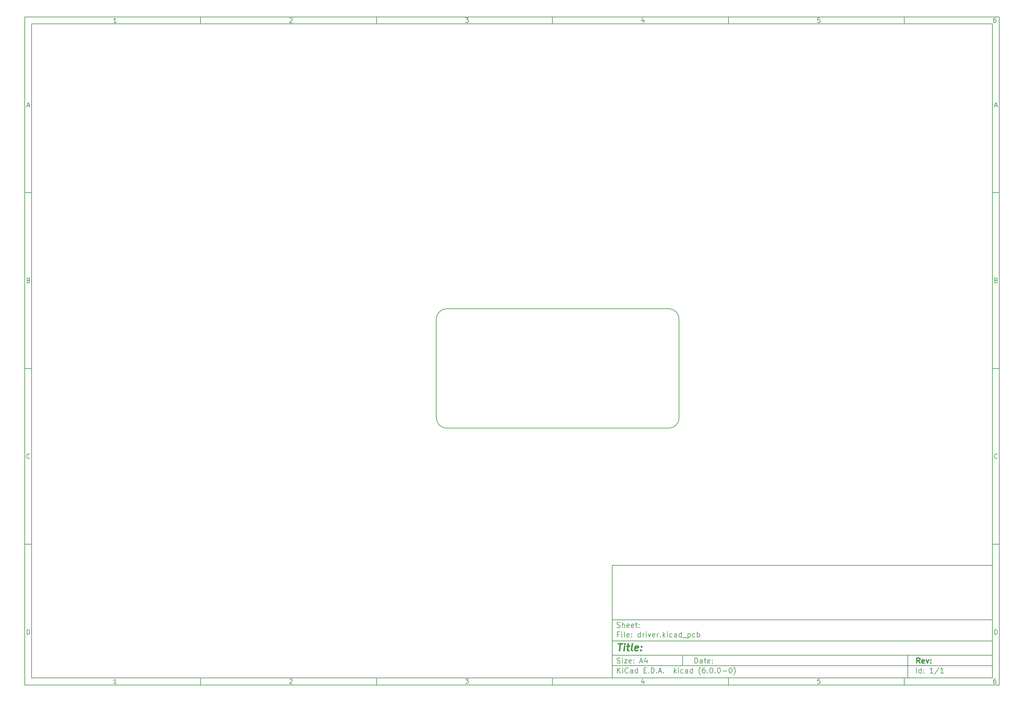
<source format=gm1>
%TF.GenerationSoftware,KiCad,Pcbnew,(6.0.0-0)*%
%TF.CreationDate,2022-05-20T11:28:00+08:00*%
%TF.ProjectId,driver,64726976-6572-42e6-9b69-6361645f7063,rev?*%
%TF.SameCoordinates,Original*%
%TF.FileFunction,Profile,NP*%
%FSLAX46Y46*%
G04 Gerber Fmt 4.6, Leading zero omitted, Abs format (unit mm)*
G04 Created by KiCad (PCBNEW (6.0.0-0)) date 2022-05-20 11:28:00*
%MOMM*%
%LPD*%
G01*
G04 APERTURE LIST*
%ADD10C,0.100000*%
%ADD11C,0.150000*%
%ADD12C,0.300000*%
%ADD13C,0.400000*%
%TA.AperFunction,Profile*%
%ADD14C,0.200000*%
%TD*%
G04 APERTURE END LIST*
D10*
D11*
X177002200Y-166007200D02*
X177002200Y-198007200D01*
X285002200Y-198007200D01*
X285002200Y-166007200D01*
X177002200Y-166007200D01*
D10*
D11*
X10000000Y-10000000D02*
X10000000Y-200007200D01*
X287002200Y-200007200D01*
X287002200Y-10000000D01*
X10000000Y-10000000D01*
D10*
D11*
X12000000Y-12000000D02*
X12000000Y-198007200D01*
X285002200Y-198007200D01*
X285002200Y-12000000D01*
X12000000Y-12000000D01*
D10*
D11*
X60000000Y-12000000D02*
X60000000Y-10000000D01*
D10*
D11*
X110000000Y-12000000D02*
X110000000Y-10000000D01*
D10*
D11*
X160000000Y-12000000D02*
X160000000Y-10000000D01*
D10*
D11*
X210000000Y-12000000D02*
X210000000Y-10000000D01*
D10*
D11*
X260000000Y-12000000D02*
X260000000Y-10000000D01*
D10*
D11*
X36065476Y-11588095D02*
X35322619Y-11588095D01*
X35694047Y-11588095D02*
X35694047Y-10288095D01*
X35570238Y-10473809D01*
X35446428Y-10597619D01*
X35322619Y-10659523D01*
D10*
D11*
X85322619Y-10411904D02*
X85384523Y-10350000D01*
X85508333Y-10288095D01*
X85817857Y-10288095D01*
X85941666Y-10350000D01*
X86003571Y-10411904D01*
X86065476Y-10535714D01*
X86065476Y-10659523D01*
X86003571Y-10845238D01*
X85260714Y-11588095D01*
X86065476Y-11588095D01*
D10*
D11*
X135260714Y-10288095D02*
X136065476Y-10288095D01*
X135632142Y-10783333D01*
X135817857Y-10783333D01*
X135941666Y-10845238D01*
X136003571Y-10907142D01*
X136065476Y-11030952D01*
X136065476Y-11340476D01*
X136003571Y-11464285D01*
X135941666Y-11526190D01*
X135817857Y-11588095D01*
X135446428Y-11588095D01*
X135322619Y-11526190D01*
X135260714Y-11464285D01*
D10*
D11*
X185941666Y-10721428D02*
X185941666Y-11588095D01*
X185632142Y-10226190D02*
X185322619Y-11154761D01*
X186127380Y-11154761D01*
D10*
D11*
X236003571Y-10288095D02*
X235384523Y-10288095D01*
X235322619Y-10907142D01*
X235384523Y-10845238D01*
X235508333Y-10783333D01*
X235817857Y-10783333D01*
X235941666Y-10845238D01*
X236003571Y-10907142D01*
X236065476Y-11030952D01*
X236065476Y-11340476D01*
X236003571Y-11464285D01*
X235941666Y-11526190D01*
X235817857Y-11588095D01*
X235508333Y-11588095D01*
X235384523Y-11526190D01*
X235322619Y-11464285D01*
D10*
D11*
X285941666Y-10288095D02*
X285694047Y-10288095D01*
X285570238Y-10350000D01*
X285508333Y-10411904D01*
X285384523Y-10597619D01*
X285322619Y-10845238D01*
X285322619Y-11340476D01*
X285384523Y-11464285D01*
X285446428Y-11526190D01*
X285570238Y-11588095D01*
X285817857Y-11588095D01*
X285941666Y-11526190D01*
X286003571Y-11464285D01*
X286065476Y-11340476D01*
X286065476Y-11030952D01*
X286003571Y-10907142D01*
X285941666Y-10845238D01*
X285817857Y-10783333D01*
X285570238Y-10783333D01*
X285446428Y-10845238D01*
X285384523Y-10907142D01*
X285322619Y-11030952D01*
D10*
D11*
X60000000Y-198007200D02*
X60000000Y-200007200D01*
D10*
D11*
X110000000Y-198007200D02*
X110000000Y-200007200D01*
D10*
D11*
X160000000Y-198007200D02*
X160000000Y-200007200D01*
D10*
D11*
X210000000Y-198007200D02*
X210000000Y-200007200D01*
D10*
D11*
X260000000Y-198007200D02*
X260000000Y-200007200D01*
D10*
D11*
X36065476Y-199595295D02*
X35322619Y-199595295D01*
X35694047Y-199595295D02*
X35694047Y-198295295D01*
X35570238Y-198481009D01*
X35446428Y-198604819D01*
X35322619Y-198666723D01*
D10*
D11*
X85322619Y-198419104D02*
X85384523Y-198357200D01*
X85508333Y-198295295D01*
X85817857Y-198295295D01*
X85941666Y-198357200D01*
X86003571Y-198419104D01*
X86065476Y-198542914D01*
X86065476Y-198666723D01*
X86003571Y-198852438D01*
X85260714Y-199595295D01*
X86065476Y-199595295D01*
D10*
D11*
X135260714Y-198295295D02*
X136065476Y-198295295D01*
X135632142Y-198790533D01*
X135817857Y-198790533D01*
X135941666Y-198852438D01*
X136003571Y-198914342D01*
X136065476Y-199038152D01*
X136065476Y-199347676D01*
X136003571Y-199471485D01*
X135941666Y-199533390D01*
X135817857Y-199595295D01*
X135446428Y-199595295D01*
X135322619Y-199533390D01*
X135260714Y-199471485D01*
D10*
D11*
X185941666Y-198728628D02*
X185941666Y-199595295D01*
X185632142Y-198233390D02*
X185322619Y-199161961D01*
X186127380Y-199161961D01*
D10*
D11*
X236003571Y-198295295D02*
X235384523Y-198295295D01*
X235322619Y-198914342D01*
X235384523Y-198852438D01*
X235508333Y-198790533D01*
X235817857Y-198790533D01*
X235941666Y-198852438D01*
X236003571Y-198914342D01*
X236065476Y-199038152D01*
X236065476Y-199347676D01*
X236003571Y-199471485D01*
X235941666Y-199533390D01*
X235817857Y-199595295D01*
X235508333Y-199595295D01*
X235384523Y-199533390D01*
X235322619Y-199471485D01*
D10*
D11*
X285941666Y-198295295D02*
X285694047Y-198295295D01*
X285570238Y-198357200D01*
X285508333Y-198419104D01*
X285384523Y-198604819D01*
X285322619Y-198852438D01*
X285322619Y-199347676D01*
X285384523Y-199471485D01*
X285446428Y-199533390D01*
X285570238Y-199595295D01*
X285817857Y-199595295D01*
X285941666Y-199533390D01*
X286003571Y-199471485D01*
X286065476Y-199347676D01*
X286065476Y-199038152D01*
X286003571Y-198914342D01*
X285941666Y-198852438D01*
X285817857Y-198790533D01*
X285570238Y-198790533D01*
X285446428Y-198852438D01*
X285384523Y-198914342D01*
X285322619Y-199038152D01*
D10*
D11*
X10000000Y-60000000D02*
X12000000Y-60000000D01*
D10*
D11*
X10000000Y-110000000D02*
X12000000Y-110000000D01*
D10*
D11*
X10000000Y-160000000D02*
X12000000Y-160000000D01*
D10*
D11*
X10690476Y-35216666D02*
X11309523Y-35216666D01*
X10566666Y-35588095D02*
X11000000Y-34288095D01*
X11433333Y-35588095D01*
D10*
D11*
X11092857Y-84907142D02*
X11278571Y-84969047D01*
X11340476Y-85030952D01*
X11402380Y-85154761D01*
X11402380Y-85340476D01*
X11340476Y-85464285D01*
X11278571Y-85526190D01*
X11154761Y-85588095D01*
X10659523Y-85588095D01*
X10659523Y-84288095D01*
X11092857Y-84288095D01*
X11216666Y-84350000D01*
X11278571Y-84411904D01*
X11340476Y-84535714D01*
X11340476Y-84659523D01*
X11278571Y-84783333D01*
X11216666Y-84845238D01*
X11092857Y-84907142D01*
X10659523Y-84907142D01*
D10*
D11*
X11402380Y-135464285D02*
X11340476Y-135526190D01*
X11154761Y-135588095D01*
X11030952Y-135588095D01*
X10845238Y-135526190D01*
X10721428Y-135402380D01*
X10659523Y-135278571D01*
X10597619Y-135030952D01*
X10597619Y-134845238D01*
X10659523Y-134597619D01*
X10721428Y-134473809D01*
X10845238Y-134350000D01*
X11030952Y-134288095D01*
X11154761Y-134288095D01*
X11340476Y-134350000D01*
X11402380Y-134411904D01*
D10*
D11*
X10659523Y-185588095D02*
X10659523Y-184288095D01*
X10969047Y-184288095D01*
X11154761Y-184350000D01*
X11278571Y-184473809D01*
X11340476Y-184597619D01*
X11402380Y-184845238D01*
X11402380Y-185030952D01*
X11340476Y-185278571D01*
X11278571Y-185402380D01*
X11154761Y-185526190D01*
X10969047Y-185588095D01*
X10659523Y-185588095D01*
D10*
D11*
X287002200Y-60000000D02*
X285002200Y-60000000D01*
D10*
D11*
X287002200Y-110000000D02*
X285002200Y-110000000D01*
D10*
D11*
X287002200Y-160000000D02*
X285002200Y-160000000D01*
D10*
D11*
X285692676Y-35216666D02*
X286311723Y-35216666D01*
X285568866Y-35588095D02*
X286002200Y-34288095D01*
X286435533Y-35588095D01*
D10*
D11*
X286095057Y-84907142D02*
X286280771Y-84969047D01*
X286342676Y-85030952D01*
X286404580Y-85154761D01*
X286404580Y-85340476D01*
X286342676Y-85464285D01*
X286280771Y-85526190D01*
X286156961Y-85588095D01*
X285661723Y-85588095D01*
X285661723Y-84288095D01*
X286095057Y-84288095D01*
X286218866Y-84350000D01*
X286280771Y-84411904D01*
X286342676Y-84535714D01*
X286342676Y-84659523D01*
X286280771Y-84783333D01*
X286218866Y-84845238D01*
X286095057Y-84907142D01*
X285661723Y-84907142D01*
D10*
D11*
X286404580Y-135464285D02*
X286342676Y-135526190D01*
X286156961Y-135588095D01*
X286033152Y-135588095D01*
X285847438Y-135526190D01*
X285723628Y-135402380D01*
X285661723Y-135278571D01*
X285599819Y-135030952D01*
X285599819Y-134845238D01*
X285661723Y-134597619D01*
X285723628Y-134473809D01*
X285847438Y-134350000D01*
X286033152Y-134288095D01*
X286156961Y-134288095D01*
X286342676Y-134350000D01*
X286404580Y-134411904D01*
D10*
D11*
X285661723Y-185588095D02*
X285661723Y-184288095D01*
X285971247Y-184288095D01*
X286156961Y-184350000D01*
X286280771Y-184473809D01*
X286342676Y-184597619D01*
X286404580Y-184845238D01*
X286404580Y-185030952D01*
X286342676Y-185278571D01*
X286280771Y-185402380D01*
X286156961Y-185526190D01*
X285971247Y-185588095D01*
X285661723Y-185588095D01*
D10*
D11*
X200434342Y-193785771D02*
X200434342Y-192285771D01*
X200791485Y-192285771D01*
X201005771Y-192357200D01*
X201148628Y-192500057D01*
X201220057Y-192642914D01*
X201291485Y-192928628D01*
X201291485Y-193142914D01*
X201220057Y-193428628D01*
X201148628Y-193571485D01*
X201005771Y-193714342D01*
X200791485Y-193785771D01*
X200434342Y-193785771D01*
X202577200Y-193785771D02*
X202577200Y-193000057D01*
X202505771Y-192857200D01*
X202362914Y-192785771D01*
X202077200Y-192785771D01*
X201934342Y-192857200D01*
X202577200Y-193714342D02*
X202434342Y-193785771D01*
X202077200Y-193785771D01*
X201934342Y-193714342D01*
X201862914Y-193571485D01*
X201862914Y-193428628D01*
X201934342Y-193285771D01*
X202077200Y-193214342D01*
X202434342Y-193214342D01*
X202577200Y-193142914D01*
X203077200Y-192785771D02*
X203648628Y-192785771D01*
X203291485Y-192285771D02*
X203291485Y-193571485D01*
X203362914Y-193714342D01*
X203505771Y-193785771D01*
X203648628Y-193785771D01*
X204720057Y-193714342D02*
X204577200Y-193785771D01*
X204291485Y-193785771D01*
X204148628Y-193714342D01*
X204077200Y-193571485D01*
X204077200Y-193000057D01*
X204148628Y-192857200D01*
X204291485Y-192785771D01*
X204577200Y-192785771D01*
X204720057Y-192857200D01*
X204791485Y-193000057D01*
X204791485Y-193142914D01*
X204077200Y-193285771D01*
X205434342Y-193642914D02*
X205505771Y-193714342D01*
X205434342Y-193785771D01*
X205362914Y-193714342D01*
X205434342Y-193642914D01*
X205434342Y-193785771D01*
X205434342Y-192857200D02*
X205505771Y-192928628D01*
X205434342Y-193000057D01*
X205362914Y-192928628D01*
X205434342Y-192857200D01*
X205434342Y-193000057D01*
D10*
D11*
X177002200Y-194507200D02*
X285002200Y-194507200D01*
D10*
D11*
X178434342Y-196585771D02*
X178434342Y-195085771D01*
X179291485Y-196585771D02*
X178648628Y-195728628D01*
X179291485Y-195085771D02*
X178434342Y-195942914D01*
X179934342Y-196585771D02*
X179934342Y-195585771D01*
X179934342Y-195085771D02*
X179862914Y-195157200D01*
X179934342Y-195228628D01*
X180005771Y-195157200D01*
X179934342Y-195085771D01*
X179934342Y-195228628D01*
X181505771Y-196442914D02*
X181434342Y-196514342D01*
X181220057Y-196585771D01*
X181077200Y-196585771D01*
X180862914Y-196514342D01*
X180720057Y-196371485D01*
X180648628Y-196228628D01*
X180577200Y-195942914D01*
X180577200Y-195728628D01*
X180648628Y-195442914D01*
X180720057Y-195300057D01*
X180862914Y-195157200D01*
X181077200Y-195085771D01*
X181220057Y-195085771D01*
X181434342Y-195157200D01*
X181505771Y-195228628D01*
X182791485Y-196585771D02*
X182791485Y-195800057D01*
X182720057Y-195657200D01*
X182577200Y-195585771D01*
X182291485Y-195585771D01*
X182148628Y-195657200D01*
X182791485Y-196514342D02*
X182648628Y-196585771D01*
X182291485Y-196585771D01*
X182148628Y-196514342D01*
X182077200Y-196371485D01*
X182077200Y-196228628D01*
X182148628Y-196085771D01*
X182291485Y-196014342D01*
X182648628Y-196014342D01*
X182791485Y-195942914D01*
X184148628Y-196585771D02*
X184148628Y-195085771D01*
X184148628Y-196514342D02*
X184005771Y-196585771D01*
X183720057Y-196585771D01*
X183577200Y-196514342D01*
X183505771Y-196442914D01*
X183434342Y-196300057D01*
X183434342Y-195871485D01*
X183505771Y-195728628D01*
X183577200Y-195657200D01*
X183720057Y-195585771D01*
X184005771Y-195585771D01*
X184148628Y-195657200D01*
X186005771Y-195800057D02*
X186505771Y-195800057D01*
X186720057Y-196585771D02*
X186005771Y-196585771D01*
X186005771Y-195085771D01*
X186720057Y-195085771D01*
X187362914Y-196442914D02*
X187434342Y-196514342D01*
X187362914Y-196585771D01*
X187291485Y-196514342D01*
X187362914Y-196442914D01*
X187362914Y-196585771D01*
X188077200Y-196585771D02*
X188077200Y-195085771D01*
X188434342Y-195085771D01*
X188648628Y-195157200D01*
X188791485Y-195300057D01*
X188862914Y-195442914D01*
X188934342Y-195728628D01*
X188934342Y-195942914D01*
X188862914Y-196228628D01*
X188791485Y-196371485D01*
X188648628Y-196514342D01*
X188434342Y-196585771D01*
X188077200Y-196585771D01*
X189577200Y-196442914D02*
X189648628Y-196514342D01*
X189577200Y-196585771D01*
X189505771Y-196514342D01*
X189577200Y-196442914D01*
X189577200Y-196585771D01*
X190220057Y-196157200D02*
X190934342Y-196157200D01*
X190077200Y-196585771D02*
X190577200Y-195085771D01*
X191077200Y-196585771D01*
X191577200Y-196442914D02*
X191648628Y-196514342D01*
X191577200Y-196585771D01*
X191505771Y-196514342D01*
X191577200Y-196442914D01*
X191577200Y-196585771D01*
X194577200Y-196585771D02*
X194577200Y-195085771D01*
X194720057Y-196014342D02*
X195148628Y-196585771D01*
X195148628Y-195585771D02*
X194577200Y-196157200D01*
X195791485Y-196585771D02*
X195791485Y-195585771D01*
X195791485Y-195085771D02*
X195720057Y-195157200D01*
X195791485Y-195228628D01*
X195862914Y-195157200D01*
X195791485Y-195085771D01*
X195791485Y-195228628D01*
X197148628Y-196514342D02*
X197005771Y-196585771D01*
X196720057Y-196585771D01*
X196577200Y-196514342D01*
X196505771Y-196442914D01*
X196434342Y-196300057D01*
X196434342Y-195871485D01*
X196505771Y-195728628D01*
X196577200Y-195657200D01*
X196720057Y-195585771D01*
X197005771Y-195585771D01*
X197148628Y-195657200D01*
X198434342Y-196585771D02*
X198434342Y-195800057D01*
X198362914Y-195657200D01*
X198220057Y-195585771D01*
X197934342Y-195585771D01*
X197791485Y-195657200D01*
X198434342Y-196514342D02*
X198291485Y-196585771D01*
X197934342Y-196585771D01*
X197791485Y-196514342D01*
X197720057Y-196371485D01*
X197720057Y-196228628D01*
X197791485Y-196085771D01*
X197934342Y-196014342D01*
X198291485Y-196014342D01*
X198434342Y-195942914D01*
X199791485Y-196585771D02*
X199791485Y-195085771D01*
X199791485Y-196514342D02*
X199648628Y-196585771D01*
X199362914Y-196585771D01*
X199220057Y-196514342D01*
X199148628Y-196442914D01*
X199077200Y-196300057D01*
X199077200Y-195871485D01*
X199148628Y-195728628D01*
X199220057Y-195657200D01*
X199362914Y-195585771D01*
X199648628Y-195585771D01*
X199791485Y-195657200D01*
X202077200Y-197157200D02*
X202005771Y-197085771D01*
X201862914Y-196871485D01*
X201791485Y-196728628D01*
X201720057Y-196514342D01*
X201648628Y-196157200D01*
X201648628Y-195871485D01*
X201720057Y-195514342D01*
X201791485Y-195300057D01*
X201862914Y-195157200D01*
X202005771Y-194942914D01*
X202077200Y-194871485D01*
X203291485Y-195085771D02*
X203005771Y-195085771D01*
X202862914Y-195157200D01*
X202791485Y-195228628D01*
X202648628Y-195442914D01*
X202577200Y-195728628D01*
X202577200Y-196300057D01*
X202648628Y-196442914D01*
X202720057Y-196514342D01*
X202862914Y-196585771D01*
X203148628Y-196585771D01*
X203291485Y-196514342D01*
X203362914Y-196442914D01*
X203434342Y-196300057D01*
X203434342Y-195942914D01*
X203362914Y-195800057D01*
X203291485Y-195728628D01*
X203148628Y-195657200D01*
X202862914Y-195657200D01*
X202720057Y-195728628D01*
X202648628Y-195800057D01*
X202577200Y-195942914D01*
X204077200Y-196442914D02*
X204148628Y-196514342D01*
X204077200Y-196585771D01*
X204005771Y-196514342D01*
X204077200Y-196442914D01*
X204077200Y-196585771D01*
X205077200Y-195085771D02*
X205220057Y-195085771D01*
X205362914Y-195157200D01*
X205434342Y-195228628D01*
X205505771Y-195371485D01*
X205577200Y-195657200D01*
X205577200Y-196014342D01*
X205505771Y-196300057D01*
X205434342Y-196442914D01*
X205362914Y-196514342D01*
X205220057Y-196585771D01*
X205077200Y-196585771D01*
X204934342Y-196514342D01*
X204862914Y-196442914D01*
X204791485Y-196300057D01*
X204720057Y-196014342D01*
X204720057Y-195657200D01*
X204791485Y-195371485D01*
X204862914Y-195228628D01*
X204934342Y-195157200D01*
X205077200Y-195085771D01*
X206220057Y-196442914D02*
X206291485Y-196514342D01*
X206220057Y-196585771D01*
X206148628Y-196514342D01*
X206220057Y-196442914D01*
X206220057Y-196585771D01*
X207220057Y-195085771D02*
X207362914Y-195085771D01*
X207505771Y-195157200D01*
X207577200Y-195228628D01*
X207648628Y-195371485D01*
X207720057Y-195657200D01*
X207720057Y-196014342D01*
X207648628Y-196300057D01*
X207577200Y-196442914D01*
X207505771Y-196514342D01*
X207362914Y-196585771D01*
X207220057Y-196585771D01*
X207077200Y-196514342D01*
X207005771Y-196442914D01*
X206934342Y-196300057D01*
X206862914Y-196014342D01*
X206862914Y-195657200D01*
X206934342Y-195371485D01*
X207005771Y-195228628D01*
X207077200Y-195157200D01*
X207220057Y-195085771D01*
X208362914Y-196014342D02*
X209505771Y-196014342D01*
X210505771Y-195085771D02*
X210648628Y-195085771D01*
X210791485Y-195157200D01*
X210862914Y-195228628D01*
X210934342Y-195371485D01*
X211005771Y-195657200D01*
X211005771Y-196014342D01*
X210934342Y-196300057D01*
X210862914Y-196442914D01*
X210791485Y-196514342D01*
X210648628Y-196585771D01*
X210505771Y-196585771D01*
X210362914Y-196514342D01*
X210291485Y-196442914D01*
X210220057Y-196300057D01*
X210148628Y-196014342D01*
X210148628Y-195657200D01*
X210220057Y-195371485D01*
X210291485Y-195228628D01*
X210362914Y-195157200D01*
X210505771Y-195085771D01*
X211505771Y-197157200D02*
X211577200Y-197085771D01*
X211720057Y-196871485D01*
X211791485Y-196728628D01*
X211862914Y-196514342D01*
X211934342Y-196157200D01*
X211934342Y-195871485D01*
X211862914Y-195514342D01*
X211791485Y-195300057D01*
X211720057Y-195157200D01*
X211577200Y-194942914D01*
X211505771Y-194871485D01*
D10*
D11*
X177002200Y-191507200D02*
X285002200Y-191507200D01*
D10*
D12*
X264411485Y-193785771D02*
X263911485Y-193071485D01*
X263554342Y-193785771D02*
X263554342Y-192285771D01*
X264125771Y-192285771D01*
X264268628Y-192357200D01*
X264340057Y-192428628D01*
X264411485Y-192571485D01*
X264411485Y-192785771D01*
X264340057Y-192928628D01*
X264268628Y-193000057D01*
X264125771Y-193071485D01*
X263554342Y-193071485D01*
X265625771Y-193714342D02*
X265482914Y-193785771D01*
X265197200Y-193785771D01*
X265054342Y-193714342D01*
X264982914Y-193571485D01*
X264982914Y-193000057D01*
X265054342Y-192857200D01*
X265197200Y-192785771D01*
X265482914Y-192785771D01*
X265625771Y-192857200D01*
X265697200Y-193000057D01*
X265697200Y-193142914D01*
X264982914Y-193285771D01*
X266197200Y-192785771D02*
X266554342Y-193785771D01*
X266911485Y-192785771D01*
X267482914Y-193642914D02*
X267554342Y-193714342D01*
X267482914Y-193785771D01*
X267411485Y-193714342D01*
X267482914Y-193642914D01*
X267482914Y-193785771D01*
X267482914Y-192857200D02*
X267554342Y-192928628D01*
X267482914Y-193000057D01*
X267411485Y-192928628D01*
X267482914Y-192857200D01*
X267482914Y-193000057D01*
D10*
D11*
X178362914Y-193714342D02*
X178577200Y-193785771D01*
X178934342Y-193785771D01*
X179077200Y-193714342D01*
X179148628Y-193642914D01*
X179220057Y-193500057D01*
X179220057Y-193357200D01*
X179148628Y-193214342D01*
X179077200Y-193142914D01*
X178934342Y-193071485D01*
X178648628Y-193000057D01*
X178505771Y-192928628D01*
X178434342Y-192857200D01*
X178362914Y-192714342D01*
X178362914Y-192571485D01*
X178434342Y-192428628D01*
X178505771Y-192357200D01*
X178648628Y-192285771D01*
X179005771Y-192285771D01*
X179220057Y-192357200D01*
X179862914Y-193785771D02*
X179862914Y-192785771D01*
X179862914Y-192285771D02*
X179791485Y-192357200D01*
X179862914Y-192428628D01*
X179934342Y-192357200D01*
X179862914Y-192285771D01*
X179862914Y-192428628D01*
X180434342Y-192785771D02*
X181220057Y-192785771D01*
X180434342Y-193785771D01*
X181220057Y-193785771D01*
X182362914Y-193714342D02*
X182220057Y-193785771D01*
X181934342Y-193785771D01*
X181791485Y-193714342D01*
X181720057Y-193571485D01*
X181720057Y-193000057D01*
X181791485Y-192857200D01*
X181934342Y-192785771D01*
X182220057Y-192785771D01*
X182362914Y-192857200D01*
X182434342Y-193000057D01*
X182434342Y-193142914D01*
X181720057Y-193285771D01*
X183077200Y-193642914D02*
X183148628Y-193714342D01*
X183077200Y-193785771D01*
X183005771Y-193714342D01*
X183077200Y-193642914D01*
X183077200Y-193785771D01*
X183077200Y-192857200D02*
X183148628Y-192928628D01*
X183077200Y-193000057D01*
X183005771Y-192928628D01*
X183077200Y-192857200D01*
X183077200Y-193000057D01*
X184862914Y-193357200D02*
X185577200Y-193357200D01*
X184720057Y-193785771D02*
X185220057Y-192285771D01*
X185720057Y-193785771D01*
X186862914Y-192785771D02*
X186862914Y-193785771D01*
X186505771Y-192214342D02*
X186148628Y-193285771D01*
X187077200Y-193285771D01*
D10*
D11*
X263434342Y-196585771D02*
X263434342Y-195085771D01*
X264791485Y-196585771D02*
X264791485Y-195085771D01*
X264791485Y-196514342D02*
X264648628Y-196585771D01*
X264362914Y-196585771D01*
X264220057Y-196514342D01*
X264148628Y-196442914D01*
X264077200Y-196300057D01*
X264077200Y-195871485D01*
X264148628Y-195728628D01*
X264220057Y-195657200D01*
X264362914Y-195585771D01*
X264648628Y-195585771D01*
X264791485Y-195657200D01*
X265505771Y-196442914D02*
X265577200Y-196514342D01*
X265505771Y-196585771D01*
X265434342Y-196514342D01*
X265505771Y-196442914D01*
X265505771Y-196585771D01*
X265505771Y-195657200D02*
X265577200Y-195728628D01*
X265505771Y-195800057D01*
X265434342Y-195728628D01*
X265505771Y-195657200D01*
X265505771Y-195800057D01*
X268148628Y-196585771D02*
X267291485Y-196585771D01*
X267720057Y-196585771D02*
X267720057Y-195085771D01*
X267577200Y-195300057D01*
X267434342Y-195442914D01*
X267291485Y-195514342D01*
X269862914Y-195014342D02*
X268577200Y-196942914D01*
X271148628Y-196585771D02*
X270291485Y-196585771D01*
X270720057Y-196585771D02*
X270720057Y-195085771D01*
X270577200Y-195300057D01*
X270434342Y-195442914D01*
X270291485Y-195514342D01*
D10*
D11*
X177002200Y-187507200D02*
X285002200Y-187507200D01*
D10*
D13*
X178714580Y-188211961D02*
X179857438Y-188211961D01*
X179036009Y-190211961D02*
X179286009Y-188211961D01*
X180274104Y-190211961D02*
X180440771Y-188878628D01*
X180524104Y-188211961D02*
X180416961Y-188307200D01*
X180500295Y-188402438D01*
X180607438Y-188307200D01*
X180524104Y-188211961D01*
X180500295Y-188402438D01*
X181107438Y-188878628D02*
X181869342Y-188878628D01*
X181476485Y-188211961D02*
X181262200Y-189926247D01*
X181333628Y-190116723D01*
X181512200Y-190211961D01*
X181702676Y-190211961D01*
X182655057Y-190211961D02*
X182476485Y-190116723D01*
X182405057Y-189926247D01*
X182619342Y-188211961D01*
X184190771Y-190116723D02*
X183988390Y-190211961D01*
X183607438Y-190211961D01*
X183428866Y-190116723D01*
X183357438Y-189926247D01*
X183452676Y-189164342D01*
X183571723Y-188973866D01*
X183774104Y-188878628D01*
X184155057Y-188878628D01*
X184333628Y-188973866D01*
X184405057Y-189164342D01*
X184381247Y-189354819D01*
X183405057Y-189545295D01*
X185155057Y-190021485D02*
X185238390Y-190116723D01*
X185131247Y-190211961D01*
X185047914Y-190116723D01*
X185155057Y-190021485D01*
X185131247Y-190211961D01*
X185286009Y-188973866D02*
X185369342Y-189069104D01*
X185262200Y-189164342D01*
X185178866Y-189069104D01*
X185286009Y-188973866D01*
X185262200Y-189164342D01*
D10*
D11*
X178934342Y-185600057D02*
X178434342Y-185600057D01*
X178434342Y-186385771D02*
X178434342Y-184885771D01*
X179148628Y-184885771D01*
X179720057Y-186385771D02*
X179720057Y-185385771D01*
X179720057Y-184885771D02*
X179648628Y-184957200D01*
X179720057Y-185028628D01*
X179791485Y-184957200D01*
X179720057Y-184885771D01*
X179720057Y-185028628D01*
X180648628Y-186385771D02*
X180505771Y-186314342D01*
X180434342Y-186171485D01*
X180434342Y-184885771D01*
X181791485Y-186314342D02*
X181648628Y-186385771D01*
X181362914Y-186385771D01*
X181220057Y-186314342D01*
X181148628Y-186171485D01*
X181148628Y-185600057D01*
X181220057Y-185457200D01*
X181362914Y-185385771D01*
X181648628Y-185385771D01*
X181791485Y-185457200D01*
X181862914Y-185600057D01*
X181862914Y-185742914D01*
X181148628Y-185885771D01*
X182505771Y-186242914D02*
X182577200Y-186314342D01*
X182505771Y-186385771D01*
X182434342Y-186314342D01*
X182505771Y-186242914D01*
X182505771Y-186385771D01*
X182505771Y-185457200D02*
X182577200Y-185528628D01*
X182505771Y-185600057D01*
X182434342Y-185528628D01*
X182505771Y-185457200D01*
X182505771Y-185600057D01*
X185005771Y-186385771D02*
X185005771Y-184885771D01*
X185005771Y-186314342D02*
X184862914Y-186385771D01*
X184577200Y-186385771D01*
X184434342Y-186314342D01*
X184362914Y-186242914D01*
X184291485Y-186100057D01*
X184291485Y-185671485D01*
X184362914Y-185528628D01*
X184434342Y-185457200D01*
X184577200Y-185385771D01*
X184862914Y-185385771D01*
X185005771Y-185457200D01*
X185720057Y-186385771D02*
X185720057Y-185385771D01*
X185720057Y-185671485D02*
X185791485Y-185528628D01*
X185862914Y-185457200D01*
X186005771Y-185385771D01*
X186148628Y-185385771D01*
X186648628Y-186385771D02*
X186648628Y-185385771D01*
X186648628Y-184885771D02*
X186577200Y-184957200D01*
X186648628Y-185028628D01*
X186720057Y-184957200D01*
X186648628Y-184885771D01*
X186648628Y-185028628D01*
X187220057Y-185385771D02*
X187577200Y-186385771D01*
X187934342Y-185385771D01*
X189077200Y-186314342D02*
X188934342Y-186385771D01*
X188648628Y-186385771D01*
X188505771Y-186314342D01*
X188434342Y-186171485D01*
X188434342Y-185600057D01*
X188505771Y-185457200D01*
X188648628Y-185385771D01*
X188934342Y-185385771D01*
X189077200Y-185457200D01*
X189148628Y-185600057D01*
X189148628Y-185742914D01*
X188434342Y-185885771D01*
X189791485Y-186385771D02*
X189791485Y-185385771D01*
X189791485Y-185671485D02*
X189862914Y-185528628D01*
X189934342Y-185457200D01*
X190077200Y-185385771D01*
X190220057Y-185385771D01*
X190720057Y-186242914D02*
X190791485Y-186314342D01*
X190720057Y-186385771D01*
X190648628Y-186314342D01*
X190720057Y-186242914D01*
X190720057Y-186385771D01*
X191434342Y-186385771D02*
X191434342Y-184885771D01*
X191577200Y-185814342D02*
X192005771Y-186385771D01*
X192005771Y-185385771D02*
X191434342Y-185957200D01*
X192648628Y-186385771D02*
X192648628Y-185385771D01*
X192648628Y-184885771D02*
X192577200Y-184957200D01*
X192648628Y-185028628D01*
X192720057Y-184957200D01*
X192648628Y-184885771D01*
X192648628Y-185028628D01*
X194005771Y-186314342D02*
X193862914Y-186385771D01*
X193577200Y-186385771D01*
X193434342Y-186314342D01*
X193362914Y-186242914D01*
X193291485Y-186100057D01*
X193291485Y-185671485D01*
X193362914Y-185528628D01*
X193434342Y-185457200D01*
X193577200Y-185385771D01*
X193862914Y-185385771D01*
X194005771Y-185457200D01*
X195291485Y-186385771D02*
X195291485Y-185600057D01*
X195220057Y-185457200D01*
X195077200Y-185385771D01*
X194791485Y-185385771D01*
X194648628Y-185457200D01*
X195291485Y-186314342D02*
X195148628Y-186385771D01*
X194791485Y-186385771D01*
X194648628Y-186314342D01*
X194577200Y-186171485D01*
X194577200Y-186028628D01*
X194648628Y-185885771D01*
X194791485Y-185814342D01*
X195148628Y-185814342D01*
X195291485Y-185742914D01*
X196648628Y-186385771D02*
X196648628Y-184885771D01*
X196648628Y-186314342D02*
X196505771Y-186385771D01*
X196220057Y-186385771D01*
X196077200Y-186314342D01*
X196005771Y-186242914D01*
X195934342Y-186100057D01*
X195934342Y-185671485D01*
X196005771Y-185528628D01*
X196077200Y-185457200D01*
X196220057Y-185385771D01*
X196505771Y-185385771D01*
X196648628Y-185457200D01*
X197005771Y-186528628D02*
X198148628Y-186528628D01*
X198505771Y-185385771D02*
X198505771Y-186885771D01*
X198505771Y-185457200D02*
X198648628Y-185385771D01*
X198934342Y-185385771D01*
X199077200Y-185457200D01*
X199148628Y-185528628D01*
X199220057Y-185671485D01*
X199220057Y-186100057D01*
X199148628Y-186242914D01*
X199077200Y-186314342D01*
X198934342Y-186385771D01*
X198648628Y-186385771D01*
X198505771Y-186314342D01*
X200505771Y-186314342D02*
X200362914Y-186385771D01*
X200077200Y-186385771D01*
X199934342Y-186314342D01*
X199862914Y-186242914D01*
X199791485Y-186100057D01*
X199791485Y-185671485D01*
X199862914Y-185528628D01*
X199934342Y-185457200D01*
X200077200Y-185385771D01*
X200362914Y-185385771D01*
X200505771Y-185457200D01*
X201148628Y-186385771D02*
X201148628Y-184885771D01*
X201148628Y-185457200D02*
X201291485Y-185385771D01*
X201577200Y-185385771D01*
X201720057Y-185457200D01*
X201791485Y-185528628D01*
X201862914Y-185671485D01*
X201862914Y-186100057D01*
X201791485Y-186242914D01*
X201720057Y-186314342D01*
X201577200Y-186385771D01*
X201291485Y-186385771D01*
X201148628Y-186314342D01*
D10*
D11*
X177002200Y-181507200D02*
X285002200Y-181507200D01*
D10*
D11*
X178362914Y-183614342D02*
X178577200Y-183685771D01*
X178934342Y-183685771D01*
X179077200Y-183614342D01*
X179148628Y-183542914D01*
X179220057Y-183400057D01*
X179220057Y-183257200D01*
X179148628Y-183114342D01*
X179077200Y-183042914D01*
X178934342Y-182971485D01*
X178648628Y-182900057D01*
X178505771Y-182828628D01*
X178434342Y-182757200D01*
X178362914Y-182614342D01*
X178362914Y-182471485D01*
X178434342Y-182328628D01*
X178505771Y-182257200D01*
X178648628Y-182185771D01*
X179005771Y-182185771D01*
X179220057Y-182257200D01*
X179862914Y-183685771D02*
X179862914Y-182185771D01*
X180505771Y-183685771D02*
X180505771Y-182900057D01*
X180434342Y-182757200D01*
X180291485Y-182685771D01*
X180077200Y-182685771D01*
X179934342Y-182757200D01*
X179862914Y-182828628D01*
X181791485Y-183614342D02*
X181648628Y-183685771D01*
X181362914Y-183685771D01*
X181220057Y-183614342D01*
X181148628Y-183471485D01*
X181148628Y-182900057D01*
X181220057Y-182757200D01*
X181362914Y-182685771D01*
X181648628Y-182685771D01*
X181791485Y-182757200D01*
X181862914Y-182900057D01*
X181862914Y-183042914D01*
X181148628Y-183185771D01*
X183077200Y-183614342D02*
X182934342Y-183685771D01*
X182648628Y-183685771D01*
X182505771Y-183614342D01*
X182434342Y-183471485D01*
X182434342Y-182900057D01*
X182505771Y-182757200D01*
X182648628Y-182685771D01*
X182934342Y-182685771D01*
X183077200Y-182757200D01*
X183148628Y-182900057D01*
X183148628Y-183042914D01*
X182434342Y-183185771D01*
X183577200Y-182685771D02*
X184148628Y-182685771D01*
X183791485Y-182185771D02*
X183791485Y-183471485D01*
X183862914Y-183614342D01*
X184005771Y-183685771D01*
X184148628Y-183685771D01*
X184648628Y-183542914D02*
X184720057Y-183614342D01*
X184648628Y-183685771D01*
X184577200Y-183614342D01*
X184648628Y-183542914D01*
X184648628Y-183685771D01*
X184648628Y-182757200D02*
X184720057Y-182828628D01*
X184648628Y-182900057D01*
X184577200Y-182828628D01*
X184648628Y-182757200D01*
X184648628Y-182900057D01*
D10*
D12*
D10*
D11*
D10*
D11*
D10*
D11*
D10*
D11*
D10*
D11*
X197002200Y-191507200D02*
X197002200Y-194507200D01*
D10*
D11*
X261002200Y-191507200D02*
X261002200Y-198007200D01*
D14*
X195986400Y-95982000D02*
X195986400Y-123982000D01*
X126986400Y-123982000D02*
X126986400Y-95982000D01*
X129986400Y-92982000D02*
X192986400Y-92982000D01*
X195986400Y-95982000D02*
G75*
G03*
X192986400Y-92982000I-3000001J-1D01*
G01*
X129986400Y-92982000D02*
G75*
G03*
X126986400Y-95982000I1J-3000001D01*
G01*
X192986400Y-126982000D02*
G75*
G03*
X195986400Y-123982000I-1J3000001D01*
G01*
X126986400Y-123982000D02*
G75*
G03*
X129986400Y-126982000I3000001J1D01*
G01*
X192986400Y-126982000D02*
X129986400Y-126982000D01*
M02*

</source>
